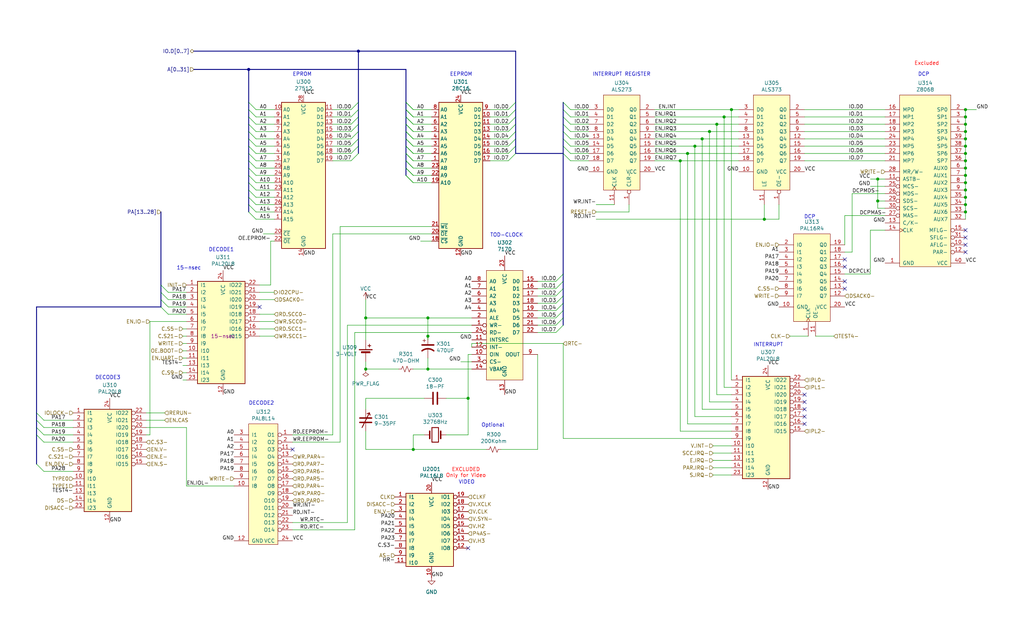
<source format=kicad_sch>
(kicad_sch (version 20231120) (generator "eeschema") (generator_version "8.0")
  (paper "USLegal")
  (title_block (title "EPROM, EEPROM, Interrupt, RTC") (date "2025-03-07") (rev "1"))
  (junction (at 335.28 63.5))
  (junction (at 335.28 58.42))
  (junction (at 254 38.1))
  (junction (at 148.59 110.49))
  (junction (at 335.28 43.18))
  (junction (at 335.28 45.72))
  (junction (at 335.28 60.96))
  (junction (at 335.28 68.58))
  (junction (at 148.59 116.84))
  (junction (at 304.8 62.23))
  (junction (at 86.36 24.13))
  (junction (at 246.38 45.72))
  (junction (at 124.46 17.78))
  (junction (at 236.22 55.88))
  (junction (at 127 110.49))
  (junction (at 335.28 40.64))
  (junction (at 143.51 156.21))
  (junction (at 304.8 69.85))
  (junction (at 335.28 66.04))
  (junction (at 335.28 50.8))
  (junction (at 335.28 48.26))
  (junction (at 241.3 50.8))
  (junction (at 335.28 73.66))
  (junction (at 238.76 53.34))
  (junction (at 335.28 38.1))
  (junction (at 265.43 76.2))
  (junction (at 127 128.27))
  (junction (at 335.28 71.12))
  (junction (at 335.28 55.88))
  (junction (at 251.46 40.64))
  (junction (at 243.84 48.26))
  (junction (at 335.28 53.34))
  (junction (at 148.59 128.27))
  (junction (at 162.56 138.43))
  (junction (at 248.92 43.18))
  (no_connect (at 293.37 100.33))
  (no_connect (at 101.6 156.21))
  (no_connect (at 279.4 137.16))
  (no_connect (at 279.4 142.24))
  (no_connect (at 90.17 106.68))
  (no_connect (at 293.37 90.17))
  (no_connect (at 279.4 147.32))
  (no_connect (at 279.4 139.7))
  (no_connect (at 335.28 80.01))
  (no_connect (at 335.28 85.09))
  (no_connect (at 293.37 97.79))
  (no_connect (at 335.28 87.63))
  (no_connect (at 335.28 82.55))
  (no_connect (at 293.37 92.71))
  (no_connect (at 162.56 190.5))
  (no_connect (at 279.4 144.78))
  (bus_entry (at 140.97 35.56) (size 2.54 2.54))
  (bus_entry (at 140.97 55.88) (size 2.54 2.54))
  (bus_entry (at 193.04 110.49) (size 2.54 -2.54))
  (bus_entry (at 140.97 38.1) (size 2.54 2.54))
  (bus_entry (at 12.7 146.05) (size 2.54 2.54))
  (bus_entry (at 176.53 50.8) (size 2.54 -2.54))
  (bus_entry (at 140.97 35.56) (size 2.54 2.54))
  (bus_entry (at 140.97 40.64) (size 2.54 2.54))
  (bus_entry (at 12.7 148.59) (size 2.54 2.54))
  (bus_entry (at 140.97 58.42) (size 2.54 2.54))
  (bus_entry (at 193.04 102.87) (size 2.54 -2.54))
  (bus_entry (at 140.97 43.18) (size 2.54 2.54))
  (bus_entry (at 55.88 99.06) (size 2.54 2.54))
  (bus_entry (at 55.88 104.14) (size 2.54 2.54))
  (bus_entry (at 140.97 53.34) (size 2.54 2.54))
  (bus_entry (at 140.97 58.42) (size 2.54 2.54))
  (bus_entry (at 55.88 106.68) (size 2.54 2.54))
  (bus_entry (at 195.58 48.26) (size 2.54 2.54))
  (bus_entry (at 140.97 45.72) (size 2.54 2.54))
  (bus_entry (at 195.58 50.8) (size 2.54 2.54))
  (bus_entry (at 140.97 50.8) (size 2.54 2.54))
  (bus_entry (at 86.36 38.1) (size 2.54 2.54))
  (bus_entry (at 86.36 73.66) (size 2.54 2.54))
  (bus_entry (at 140.97 38.1) (size 2.54 2.54))
  (bus_entry (at 12.7 143.51) (size 2.54 2.54))
  (bus_entry (at 86.36 53.34) (size 2.54 2.54))
  (bus_entry (at 121.92 50.8) (size 2.54 -2.54))
  (bus_entry (at 121.92 55.88) (size 2.54 -2.54))
  (bus_entry (at 193.04 113.03) (size 2.54 -2.54))
  (bus_entry (at 176.53 48.26) (size 2.54 -2.54))
  (bus_entry (at 86.36 68.58) (size 2.54 2.54))
  (bus_entry (at 176.53 45.72) (size 2.54 -2.54))
  (bus_entry (at 86.36 40.64) (size 2.54 2.54))
  (bus_entry (at 86.36 50.8) (size 2.54 2.54))
  (bus_entry (at 55.88 101.6) (size 2.54 2.54))
  (bus_entry (at 121.92 53.34) (size 2.54 -2.54))
  (bus_entry (at 12.7 151.13) (size 2.54 2.54))
  (bus_entry (at 86.36 58.42) (size 2.54 2.54))
  (bus_entry (at 195.58 43.18) (size 2.54 2.54))
  (bus_entry (at 140.97 40.64) (size 2.54 2.54))
  (bus_entry (at 195.58 40.64) (size 2.54 2.54))
  (bus_entry (at 176.53 40.64) (size 2.54 -2.54))
  (bus_entry (at 86.36 45.72) (size 2.54 2.54))
  (bus_entry (at 193.04 97.79) (size 2.54 -2.54))
  (bus_entry (at 86.36 66.04) (size 2.54 2.54))
  (bus_entry (at 86.36 63.5) (size 2.54 2.54))
  (bus_entry (at 12.7 161.29) (size 2.54 2.54))
  (bus_entry (at 193.04 100.33) (size 2.54 -2.54))
  (bus_entry (at 121.92 43.18) (size 2.54 -2.54))
  (bus_entry (at 193.04 115.57) (size 2.54 -2.54))
  (bus_entry (at 121.92 40.64) (size 2.54 -2.54))
  (bus_entry (at 86.36 35.56) (size 2.54 2.54))
  (bus_entry (at 195.58 53.34) (size 2.54 2.54))
  (bus_entry (at 121.92 45.72) (size 2.54 -2.54))
  (bus_entry (at 86.36 43.18) (size 2.54 2.54))
  (bus_entry (at 86.36 55.88) (size 2.54 2.54))
  (bus_entry (at 140.97 50.8) (size 2.54 2.54))
  (bus_entry (at 86.36 60.96) (size 2.54 2.54))
  (bus_entry (at 176.53 55.88) (size 2.54 -2.54))
  (bus_entry (at 195.58 45.72) (size 2.54 2.54))
  (bus_entry (at 140.97 43.18) (size 2.54 2.54))
  (bus_entry (at 140.97 48.26) (size 2.54 2.54))
  (bus_entry (at 140.97 60.96) (size 2.54 2.54))
  (bus_entry (at 140.97 53.34) (size 2.54 2.54))
  (bus_entry (at 140.97 48.26) (size 2.54 2.54))
  (bus_entry (at 176.53 53.34) (size 2.54 -2.54))
  (bus_entry (at 195.58 35.56) (size 2.54 2.54))
  (bus_entry (at 176.53 38.1) (size 2.54 -2.54))
  (bus_entry (at 140.97 45.72) (size 2.54 2.54))
  (bus_entry (at 121.92 48.26) (size 2.54 -2.54))
  (bus_entry (at 86.36 48.26) (size 2.54 2.54))
  (bus_entry (at 140.97 55.88) (size 2.54 2.54))
  (bus_entry (at 121.92 38.1) (size 2.54 -2.54))
  (bus_entry (at 86.36 71.12) (size 2.54 2.54))
  (bus_entry (at 193.04 105.41) (size 2.54 -2.54))
  (bus_entry (at 140.97 60.96) (size 2.54 2.54))
  (bus_entry (at 195.58 38.1) (size 2.54 2.54))
  (bus_entry (at 176.53 43.18) (size 2.54 -2.54))
  (bus_entry (at 193.04 107.95) (size 2.54 -2.54))
  (wire (pts (xy 15.24 153.67) (xy 25.4 153.67)))
  (wire (pts (xy 143.51 55.88) (xy 149.86 55.88)))
  (bus (pts (xy 12.7 148.59) (xy 12.7 151.13)))
  (wire (pts (xy 127 110.49) (xy 127 104.14)))
  (wire (pts (xy 227.33 48.26) (xy 243.84 48.26)))
  (wire (pts (xy 304.8 62.23) (xy 302.26 62.23)))
  (wire (pts (xy 236.22 55.88) (xy 256.54 55.88)))
  (bus (pts (xy 124.46 35.56) (xy 124.46 38.1)))
  (wire (pts (xy 95.25 109.22) (xy 90.17 109.22)))
  (bus (pts (xy 124.46 17.78) (xy 124.46 35.56)))
  (wire (pts (xy 254 157.48) (xy 247.65 157.48)))
  (wire (pts (xy 88.9 76.2) (xy 95.25 76.2)))
  (wire (pts (xy 64.77 168.91) (xy 81.28 168.91)))
  (wire (pts (xy 198.12 53.34) (xy 204.47 53.34)))
  (wire (pts (xy 88.9 55.88) (xy 95.25 55.88)))
  (bus (pts (xy 86.36 58.42) (xy 86.36 60.96)))
  (bus (pts (xy 86.36 35.56) (xy 86.36 38.1)))
  (wire (pts (xy 186.69 100.33) (xy 193.04 100.33)))
  (wire (pts (xy 170.18 48.26) (xy 176.53 48.26)))
  (bus (pts (xy 86.36 55.88) (xy 86.36 58.42)))
  (wire (pts (xy 236.22 55.88) (xy 236.22 149.86)))
  (bus (pts (xy 195.58 107.95) (xy 195.58 110.49)))
  (wire (pts (xy 335.28 50.8) (xy 335.28 48.26)))
  (wire (pts (xy 254 38.1) (xy 256.54 38.1)))
  (wire (pts (xy 227.33 40.64) (xy 251.46 40.64)))
  (wire (pts (xy 88.9 58.42) (xy 95.25 58.42)))
  (bus (pts (xy 55.88 104.14) (xy 55.88 106.68)))
  (wire (pts (xy 95.25 104.14) (xy 90.17 104.14)))
  (wire (pts (xy 88.9 68.58) (xy 95.25 68.58)))
  (wire (pts (xy 335.28 60.96) (xy 335.28 58.42)))
  (wire (pts (xy 88.9 48.26) (xy 95.25 48.26)))
  (bus (pts (xy 195.58 95.25) (xy 195.58 97.79)))
  (bus (pts (xy 140.97 40.64) (xy 140.97 43.18)))
  (wire (pts (xy 335.28 73.66) (xy 335.28 71.12)))
  (wire (pts (xy 115.57 50.8) (xy 121.92 50.8)))
  (wire (pts (xy 243.84 142.24) (xy 254 142.24)))
  (wire (pts (xy 88.9 66.04) (xy 95.25 66.04)))
  (wire (pts (xy 254 154.94) (xy 247.65 154.94)))
  (wire (pts (xy 163.83 123.19) (xy 162.56 123.19)))
  (wire (pts (xy 279.4 38.1) (xy 307.34 38.1)))
  (wire (pts (xy 254 162.56) (xy 247.65 162.56)))
  (wire (pts (xy 15.24 151.13) (xy 25.4 151.13)))
  (bus (pts (xy 86.36 63.5) (xy 86.36 66.04)))
  (wire (pts (xy 64.77 109.22) (xy 58.42 109.22)))
  (wire (pts (xy 307.34 64.77) (xy 302.26 64.77)))
  (bus (pts (xy 86.36 45.72) (xy 86.36 48.26)))
  (wire (pts (xy 148.59 128.27) (xy 163.83 128.27)))
  (wire (pts (xy 64.77 124.46) (xy 63.5 124.46)))
  (wire (pts (xy 198.12 48.26) (xy 204.47 48.26)))
  (bus (pts (xy 86.36 66.04) (xy 86.36 68.58)))
  (bus (pts (xy 124.46 48.26) (xy 124.46 50.8)))
  (wire (pts (xy 279.4 50.8) (xy 307.34 50.8)))
  (bus (pts (xy 124.46 38.1) (xy 124.46 40.64)))
  (wire (pts (xy 52.07 111.76) (xy 64.77 111.76)))
  (wire (pts (xy 335.28 66.04) (xy 335.28 63.5)))
  (wire (pts (xy 335.28 48.26) (xy 335.28 45.72)))
  (wire (pts (xy 254 160.02) (xy 247.65 160.02)))
  (bus (pts (xy 86.36 48.26) (xy 86.36 50.8)))
  (bus (pts (xy 195.58 43.18) (xy 195.58 45.72)))
  (wire (pts (xy 304.8 62.23) (xy 304.8 69.85)))
  (wire (pts (xy 248.92 43.18) (xy 248.92 137.16)))
  (bus (pts (xy 55.88 101.6) (xy 55.88 104.14)))
  (wire (pts (xy 143.51 38.1) (xy 149.86 38.1)))
  (bus (pts (xy 179.07 35.56) (xy 179.07 38.1)))
  (wire (pts (xy 88.9 71.12) (xy 95.25 71.12)))
  (wire (pts (xy 283.21 116.84) (xy 289.56 116.84)))
  (wire (pts (xy 251.46 134.62) (xy 254 134.62)))
  (wire (pts (xy 95.25 114.3) (xy 90.17 114.3)))
  (wire (pts (xy 88.9 73.66) (xy 95.25 73.66)))
  (wire (pts (xy 127 138.43) (xy 127 142.24)))
  (wire (pts (xy 127 110.49) (xy 127 118.11)))
  (wire (pts (xy 143.51 48.26) (xy 149.86 48.26)))
  (wire (pts (xy 143.51 128.27) (xy 148.59 128.27)))
  (wire (pts (xy 170.18 40.64) (xy 176.53 40.64)))
  (wire (pts (xy 238.76 53.34) (xy 238.76 147.32)))
  (wire (pts (xy 64.77 129.54) (xy 63.5 129.54)))
  (wire (pts (xy 118.11 153.67) (xy 118.11 78.74)))
  (wire (pts (xy 335.28 40.64) (xy 335.28 38.1)))
  (wire (pts (xy 198.12 40.64) (xy 204.47 40.64)))
  (wire (pts (xy 127 156.21) (xy 143.51 156.21)))
  (wire (pts (xy 163.83 125.73) (xy 160.02 125.73)))
  (wire (pts (xy 88.9 60.96) (xy 95.25 60.96)))
  (wire (pts (xy 95.25 116.84) (xy 90.17 116.84)))
  (wire (pts (xy 295.91 87.63) (xy 295.91 67.31)))
  (bus (pts (xy 140.97 53.34) (xy 140.97 55.88)))
  (wire (pts (xy 95.25 111.76) (xy 90.17 111.76)))
  (wire (pts (xy 251.46 40.64) (xy 251.46 134.62)))
  (wire (pts (xy 88.9 53.34) (xy 95.25 53.34)))
  (wire (pts (xy 143.51 63.5) (xy 149.86 63.5)))
  (wire (pts (xy 243.84 48.26) (xy 243.84 142.24)))
  (bus (pts (xy 86.36 50.8) (xy 86.36 53.34)))
  (wire (pts (xy 295.91 67.31) (xy 307.34 67.31)))
  (wire (pts (xy 170.18 45.72) (xy 176.53 45.72)))
  (bus (pts (xy 140.97 48.26) (xy 140.97 50.8)))
  (bus (pts (xy 86.36 68.58) (xy 86.36 71.12)))
  (wire (pts (xy 186.69 105.41) (xy 193.04 105.41)))
  (wire (pts (xy 127 125.73) (xy 127 128.27)))
  (wire (pts (xy 170.18 43.18) (xy 176.53 43.18)))
  (bus (pts (xy 179.07 48.26) (xy 179.07 50.8)))
  (wire (pts (xy 115.57 43.18) (xy 121.92 43.18)))
  (bus (pts (xy 140.97 50.8) (xy 140.97 53.34)))
  (bus (pts (xy 86.36 43.18) (xy 86.36 45.72)))
  (wire (pts (xy 279.4 55.88) (xy 307.34 55.88)))
  (wire (pts (xy 279.4 43.18) (xy 307.34 43.18)))
  (bus (pts (xy 179.07 45.72) (xy 179.07 48.26)))
  (wire (pts (xy 270.51 76.2) (xy 270.51 71.12)))
  (wire (pts (xy 115.57 45.72) (xy 121.92 45.72)))
  (bus (pts (xy 86.36 71.12) (xy 86.36 73.66)))
  (wire (pts (xy 162.56 123.19) (xy 162.56 138.43)))
  (wire (pts (xy 163.83 110.49) (xy 148.59 110.49)))
  (wire (pts (xy 227.33 43.18) (xy 248.92 43.18)))
  (bus (pts (xy 195.58 50.8) (xy 195.58 53.34)))
  (wire (pts (xy 143.51 43.18) (xy 149.86 43.18)))
  (bus (pts (xy 195.58 100.33) (xy 195.58 102.87)))
  (wire (pts (xy 143.51 45.72) (xy 149.86 45.72)))
  (wire (pts (xy 265.43 76.2) (xy 265.43 71.12)))
  (wire (pts (xy 186.69 113.03) (xy 193.04 113.03)))
  (wire (pts (xy 195.58 152.4) (xy 254 152.4)))
  (wire (pts (xy 15.24 146.05) (xy 25.4 146.05)))
  (wire (pts (xy 88.9 45.72) (xy 95.25 45.72)))
  (wire (pts (xy 88.9 50.8) (xy 95.25 50.8)))
  (wire (pts (xy 307.34 62.23) (xy 304.8 62.23)))
  (wire (pts (xy 148.59 116.84) (xy 148.59 118.11)))
  (wire (pts (xy 143.51 53.34) (xy 149.86 53.34)))
  (wire (pts (xy 88.9 63.5) (xy 95.25 63.5)))
  (bus (pts (xy 140.97 45.72) (xy 140.97 48.26)))
  (wire (pts (xy 251.46 40.64) (xy 256.54 40.64)))
  (wire (pts (xy 101.6 153.67) (xy 118.11 153.67)))
  (wire (pts (xy 118.11 78.74) (xy 149.86 78.74)))
  (bus (pts (xy 12.7 143.51) (xy 12.7 146.05)))
  (wire (pts (xy 162.56 138.43) (xy 154.94 138.43)))
  (wire (pts (xy 186.69 97.79) (xy 193.04 97.79)))
  (wire (pts (xy 143.51 156.21) (xy 168.91 156.21)))
  (bus (pts (xy 140.97 35.56) (xy 140.97 38.1)))
  (wire (pts (xy 186.69 110.49) (xy 193.04 110.49)))
  (wire (pts (xy 293.37 74.93) (xy 307.34 74.93)))
  (wire (pts (xy 238.76 147.32) (xy 254 147.32)))
  (wire (pts (xy 248.92 43.18) (xy 256.54 43.18)))
  (wire (pts (xy 50.8 148.59) (xy 64.77 148.59)))
  (wire (pts (xy 64.77 104.14) (xy 58.42 104.14)))
  (wire (pts (xy 218.44 73.66) (xy 207.01 73.66)))
  (wire (pts (xy 115.57 53.34) (xy 121.92 53.34)))
  (wire (pts (xy 207.01 76.2) (xy 265.43 76.2)))
  (wire (pts (xy 335.28 55.88) (xy 335.28 53.34)))
  (wire (pts (xy 279.4 48.26) (xy 307.34 48.26)))
  (wire (pts (xy 64.77 101.6) (xy 58.42 101.6)))
  (wire (pts (xy 154.94 151.13) (xy 162.56 151.13)))
  (wire (pts (xy 186.69 156.21) (xy 173.99 156.21)))
  (wire (pts (xy 123.19 184.15) (xy 123.19 115.57)))
  (bus (pts (xy 12.7 106.68) (xy 55.88 106.68)))
  (wire (pts (xy 93.98 83.82) (xy 95.25 83.82)))
  (wire (pts (xy 227.33 50.8) (xy 241.3 50.8)))
  (wire (pts (xy 186.69 102.87) (xy 193.04 102.87)))
  (bus (pts (xy 179.07 40.64) (xy 179.07 43.18)))
  (wire (pts (xy 148.59 124.46) (xy 148.59 128.27)))
  (wire (pts (xy 236.22 149.86) (xy 254 149.86)))
  (bus (pts (xy 55.88 99.06) (xy 55.88 101.6)))
  (bus (pts (xy 12.7 106.68) (xy 12.7 143.51)))
  (wire (pts (xy 279.4 53.34) (xy 307.34 53.34)))
  (wire (pts (xy 241.3 50.8) (xy 256.54 50.8)))
  (wire (pts (xy 88.9 43.18) (xy 95.25 43.18)))
  (wire (pts (xy 163.83 115.57) (xy 123.19 115.57)))
  (bus (pts (xy 86.36 24.13) (xy 140.97 24.13)))
  (bus (pts (xy 86.36 40.64) (xy 86.36 43.18)))
  (wire (pts (xy 246.38 45.72) (xy 246.38 139.7)))
  (bus (pts (xy 124.46 45.72) (xy 124.46 48.26)))
  (wire (pts (xy 115.57 81.28) (xy 149.86 81.28)))
  (wire (pts (xy 15.24 163.83) (xy 25.4 163.83)))
  (wire (pts (xy 101.6 184.15) (xy 123.19 184.15)))
  (bus (pts (xy 86.36 24.13) (xy 67.31 24.13)))
  (bus (pts (xy 86.36 38.1) (xy 86.36 40.64)))
  (wire (pts (xy 265.43 76.2) (xy 270.51 76.2)))
  (wire (pts (xy 227.33 53.34) (xy 238.76 53.34)))
  (bus (pts (xy 140.97 24.13) (xy 140.97 35.56)))
  (wire (pts (xy 163.83 119.38) (xy 163.83 120.65)))
  (wire (pts (xy 64.77 119.38) (xy 63.5 119.38)))
  (wire (pts (xy 64.77 116.84) (xy 63.5 116.84)))
  (wire (pts (xy 115.57 55.88) (xy 121.92 55.88)))
  (wire (pts (xy 335.28 58.42) (xy 335.28 55.88)))
  (wire (pts (xy 101.6 151.13) (xy 115.57 151.13)))
  (bus (pts (xy 195.58 53.34) (xy 195.58 95.25)))
  (wire (pts (xy 170.18 38.1) (xy 176.53 38.1)))
  (bus (pts (xy 195.58 110.49) (xy 195.58 113.03)))
  (bus (pts (xy 140.97 38.1) (xy 140.97 40.64)))
  (wire (pts (xy 279.4 45.72) (xy 307.34 45.72)))
  (bus (pts (xy 124.46 40.64) (xy 124.46 43.18)))
  (bus (pts (xy 86.36 24.13) (xy 86.36 35.56)))
  (wire (pts (xy 120.65 181.61) (xy 101.6 181.61)))
  (wire (pts (xy 147.32 138.43) (xy 127 138.43)))
  (wire (pts (xy 227.33 45.72) (xy 246.38 45.72)))
  (wire (pts (xy 186.69 115.57) (xy 193.04 115.57)))
  (wire (pts (xy 143.51 40.64) (xy 149.86 40.64)))
  (bus (pts (xy 179.07 50.8) (xy 179.07 53.34)))
  (wire (pts (xy 254 165.1) (xy 247.65 165.1)))
  (wire (pts (xy 335.28 43.18) (xy 335.28 40.64)))
  (wire (pts (xy 302.26 95.25) (xy 302.26 80.01)))
  (bus (pts (xy 12.7 146.05) (xy 12.7 148.59)))
  (wire (pts (xy 304.8 69.85) (xy 307.34 69.85)))
  (wire (pts (xy 115.57 38.1) (xy 121.92 38.1)))
  (wire (pts (xy 143.51 50.8) (xy 149.86 50.8)))
  (wire (pts (xy 293.37 85.09) (xy 293.37 74.93)))
  (wire (pts (xy 162.56 151.13) (xy 162.56 138.43)))
  (wire (pts (xy 127 149.86) (xy 127 156.21)))
  (wire (pts (xy 293.37 95.25) (xy 302.26 95.25)))
  (wire (pts (xy 147.32 151.13) (xy 143.51 151.13)))
  (wire (pts (xy 198.12 55.88) (xy 204.47 55.88)))
  (wire (pts (xy 15.24 148.59) (xy 25.4 148.59)))
  (wire (pts (xy 198.12 45.72) (xy 204.47 45.72)))
  (wire (pts (xy 254 38.1) (xy 254 132.08)))
  (wire (pts (xy 170.18 50.8) (xy 176.53 50.8)))
  (bus (pts (xy 195.58 40.64) (xy 195.58 43.18)))
  (bus (pts (xy 140.97 58.42) (xy 140.97 60.96)))
  (wire (pts (xy 186.69 107.95) (xy 193.04 107.95)))
  (wire (pts (xy 302.26 80.01) (xy 307.34 80.01)))
  (wire (pts (xy 280.67 116.84) (xy 274.32 116.84)))
  (wire (pts (xy 115.57 151.13) (xy 115.57 81.28)))
  (wire (pts (xy 213.36 71.12) (xy 207.01 71.12)))
  (wire (pts (xy 143.51 151.13) (xy 143.51 156.21)))
  (wire (pts (xy 198.12 38.1) (xy 204.47 38.1)))
  (wire (pts (xy 238.76 53.34) (xy 256.54 53.34)))
  (wire (pts (xy 246.38 139.7) (xy 254 139.7)))
  (bus (pts (xy 124.46 17.78) (xy 179.07 17.78)))
  (bus (pts (xy 124.46 43.18) (xy 124.46 45.72)))
  (wire (pts (xy 149.86 83.82) (xy 146.05 83.82)))
  (wire (pts (xy 50.8 151.13) (xy 52.07 151.13)))
  (bus (pts (xy 179.07 38.1) (xy 179.07 40.64)))
  (wire (pts (xy 227.33 38.1) (xy 254 38.1)))
  (wire (pts (xy 241.3 144.78) (xy 254 144.78)))
  (wire (pts (xy 241.3 50.8) (xy 241.3 144.78)))
  (bus (pts (xy 195.58 45.72) (xy 195.58 48.26)))
  (wire (pts (xy 335.28 38.1) (xy 339.09 38.1)))
  (wire (pts (xy 198.12 50.8) (xy 204.47 50.8)))
  (wire (pts (xy 227.33 55.88) (xy 236.22 55.88)))
  (bus (pts (xy 55.88 73.66) (xy 55.88 99.06)))
  (wire (pts (xy 88.9 40.64) (xy 95.25 40.64)))
  (wire (pts (xy 148.59 110.49) (xy 148.59 116.84)))
  (wire (pts (xy 93.98 99.06) (xy 93.98 83.82)))
  (wire (pts (xy 95.25 101.6) (xy 90.17 101.6)))
  (wire (pts (xy 335.28 45.72) (xy 335.28 43.18)))
  (bus (pts (xy 195.58 48.26) (xy 195.58 50.8)))
  (bus (pts (xy 124.46 17.78) (xy 67.31 17.78)))
  (wire (pts (xy 64.77 106.68) (xy 58.42 106.68)))
  (wire (pts (xy 91.44 81.28) (xy 95.25 81.28)))
  (bus (pts (xy 195.58 97.79) (xy 195.58 100.33)))
  (wire (pts (xy 335.28 71.12) (xy 335.28 68.58)))
  (wire (pts (xy 248.92 137.16) (xy 254 137.16)))
  (wire (pts (xy 115.57 40.64) (xy 121.92 40.64)))
  (wire (pts (xy 279.4 40.64) (xy 307.34 40.64)))
  (wire (pts (xy 143.51 58.42) (xy 149.86 58.42)))
  (wire (pts (xy 243.84 48.26) (xy 256.54 48.26)))
  (wire (pts (xy 163.83 113.03) (xy 120.65 113.03)))
  (bus (pts (xy 86.36 60.96) (xy 86.36 63.5)))
  (wire (pts (xy 335.28 63.5) (xy 335.28 60.96)))
  (wire (pts (xy 198.12 43.18) (xy 204.47 43.18)))
  (wire (pts (xy 163.83 119.38) (xy 195.58 119.38)))
  (wire (pts (xy 90.17 99.06) (xy 93.98 99.06)))
  (bus (pts (xy 140.97 43.18) (xy 140.97 45.72)))
  (bus (pts (xy 140.97 55.88) (xy 140.97 58.42)))
  (wire (pts (xy 50.8 146.05) (xy 57.15 146.05)))
  (wire (pts (xy 170.18 55.88) (xy 176.53 55.88)))
  (wire (pts (xy 64.77 114.3) (xy 63.5 114.3)))
  (bus (pts (xy 195.58 38.1) (xy 195.58 40.64)))
  (bus (pts (xy 179.07 53.34) (xy 195.58 53.34)))
  (wire (pts (xy 335.28 68.58) (xy 335.28 66.04)))
  (wire (pts (xy 127 128.27) (xy 138.43 128.27)))
  (wire (pts (xy 148.59 110.49) (xy 127 110.49)))
  (bus (pts (xy 179.07 43.18) (xy 179.07 45.72)))
  (bus (pts (xy 195.58 105.41) (xy 195.58 107.95)))
  (wire (pts (xy 246.38 45.72) (xy 256.54 45.72)))
  (bus (pts (xy 12.7 151.13) (xy 12.7 161.29)))
  (wire (pts (xy 170.18 53.34) (xy 176.53 53.34)))
  (wire (pts (xy 115.57 48.26) (xy 121.92 48.26)))
  (wire (pts (xy 52.07 151.13) (xy 52.07 111.76)))
  (wire (pts (xy 120.65 113.03) (xy 120.65 181.61)))
  (wire (pts (xy 143.51 60.96) (xy 149.86 60.96)))
  (wire (pts (xy 64.77 127) (xy 63.5 127)))
  (wire (pts (xy 304.8 69.85) (xy 304.8 72.39)))
  (wire (pts (xy 195.58 119.38) (xy 195.58 152.4)))
  (wire (pts (xy 64.77 121.92) (xy 63.5 121.92)))
  (wire (pts (xy 335.28 76.2) (xy 335.28 73.66)))
  (wire (pts (xy 64.77 132.08) (xy 63.5 132.08)))
  (wire (pts (xy 50.8 143.51) (xy 57.15 143.51)))
  (bus (pts (xy 179.07 17.78) (xy 179.07 35.56)))
  (bus (pts (xy 195.58 102.87) (xy 195.58 105.41)))
  (wire (pts (xy 218.44 71.12) (xy 218.44 73.66)))
  (wire (pts (xy 88.9 38.1) (xy 95.25 38.1)))
  (bus (pts (xy 124.46 50.8) (xy 124.46 53.34)))
  (wire (pts (xy 64.77 148.59) (xy 64.77 168.91)))
  (wire (pts (xy 335.28 53.34) (xy 335.28 50.8)))
  (wire (pts (xy 293.37 87.63) (xy 295.91 87.63)))
  (bus (pts (xy 86.36 53.34) (xy 86.36 55.88)))
  (bus (pts (xy 195.58 35.56) (xy 195.58 38.1)))
  (wire (pts (xy 304.8 72.39) (xy 307.34 72.39)))
  (wire (pts (xy 186.69 123.19) (xy 186.69 156.21)))
  (text "DECODE2" (at 86.36 140.97 0) (effects (font (size 1.27 1.27)) (justify left bottom)))
  (text "VIDEO" (at 162.052 167.64 0) (effects (font (size 1.27 1.27))))
  (text "INTERRUPT" (at 261.62 120.65 0) (effects (font (size 1.27 1.27)) (justify left bottom)))
  (text "TOD-CLOCK" (at 170.18 82.55 0) (effects (font (size 1.27 1.27)) (justify left bottom)))
  (text "DCP" (at 318.77 26.67 0) (effects (font (size 1.27 1.27)) (justify left bottom)))
  (text "DECODE1" (at 81.28 87.63 0) (effects (font (size 1.27 1.27)) (justify right bottom)))
  (text "EPROM" (at 101.6 26.67 0) (effects (font (size 1.27 1.27)) (justify left bottom)))
  (text "DECODE3" (at 33.02 132.08 0) (effects (font (size 1.27 1.27)) (justify left bottom)))
  (text "INTERRUPT REGISTER" (at 205.74 26.67 0) (effects (font (size 1.27 1.27)) (justify left bottom)))
  (text "15-nsec" (at 69.85 93.98 0) (effects (font (size 1.27 1.27)) (justify right bottom)))
  (text "Optional" (at 175.26 148.59 0) (effects (font (size 1.27 1.27)) (justify right bottom)))
  (text "Excluded" (at 317.5 22.86 0) (effects (font (size 1.27 1.27)) (justify left bottom)))
  (text "EXCLUDED\nOnly for Video" (at 161.798 164.338 0) (effects (font (size 1.27 1.27))))
  (text "DCP" (at 283.21 76.2 0) (effects (font (size 1.27 1.27)) (justify right bottom)))
  (text "EEPROM" (at 156.21 26.67 0) (effects (font (size 1.27 1.27)) (justify left bottom)))
  (label "GND" (at 302.26 64.77 180))
  (label "PA28" (at 17.78 163.83 0))
  (label "PA17" (at 59.69 101.6 0))
  (label "IO.D1" (at 116.84 40.64 0))
  (label "PA17" (at 270.51 90.17 180))
  (label "PA19" (at 270.51 95.25 180))
  (label "IO.D2" (at 294.64 43.18 0))
  (label "IO.D1" (at 199.39 40.64 0))
  (label "GND" (at 91.44 81.28 180))
  (label "IO.D1" (at 171.45 40.64 0))
  (label "WR.INT-" (at 101.6 176.53 0))
  (label "A1" (at 81.28 153.67 180))
  (label "VCC" (at 279.4 59.69 0))
  (label "IO.D4" (at 171.45 48.26 0))
  (label "GND" (at 270.51 106.68 180))
  (label "A15" (at 90.17 76.2 0))
  (label "A10" (at 144.78 63.5 0))
  (label "A4" (at 90.17 48.26 0))
  (label "A3" (at 144.78 45.72 0))
  (label "IO.D6" (at 171.45 53.34 0))
  (label "EN.INT" (at 228.6 38.1 0))
  (label "A5" (at 144.78 50.8 0))
  (label "A1" (at 144.78 40.64 0))
  (label "IO.D7" (at 294.64 55.88 0))
  (label "A1" (at 270.51 87.63 180))
  (label "GND" (at 307.34 77.47 180))
  (label "OE.EPROM-" (at 93.98 83.82 180))
  (label "RD.INT-" (at 101.6 179.07 0))
  (label "EN.IRQ2" (at 227.33 43.18 0))
  (label "EN.IRQ3" (at 227.33 45.72 0))
  (label "GND" (at 105.41 88.9 0))
  (label "A11" (at 90.17 66.04 0))
  (label "IO.D5" (at 187.96 110.49 0))
  (label "PA20" (at 17.78 153.67 0))
  (label "IO.D0" (at 199.39 38.1 0))
  (label "A5" (at 90.17 50.8 0))
  (label "A1" (at 163.83 100.33 180))
  (label "VCC" (at 175.26 88.9 0))
  (label "VCC" (at 105.41 33.02 0))
  (label "A13" (at 90.17 71.12 0))
  (label "GND" (at 175.26 137.16 0))
  (label "VCC" (at 293.37 106.68 0))
  (label "A9" (at 90.17 60.96 0))
  (label "EN.IRQ1" (at 227.33 40.64 0))
  (label "GND" (at 163.83 118.11 180))
  (label "RD.RTC-" (at 104.14 184.15 0))
  (label "IO.D2" (at 199.39 43.18 0))
  (label "IO.D5" (at 116.84 50.8 0))
  (label "GND" (at 149.86 200.66 0))
  (label "VCC" (at 38.1 138.43 0))
  (label "GND" (at 204.47 59.69 180))
  (label "A9" (at 144.78 60.96 0))
  (label "VCC" (at 227.33 59.69 0))
  (label "IO.D6" (at 116.84 53.34 0))
  (label "IO.D3" (at 199.39 45.72 0))
  (label "VCC" (at 127 104.14 0))
  (label "EN.IOL-" (at 64.77 168.91 0))
  (label "IO.D0" (at 294.64 38.1 0))
  (label "A3" (at 90.17 45.72 0))
  (label "PA18" (at 59.69 104.14 0))
  (label "A0" (at 90.17 38.1 0))
  (label "A14" (at 90.17 73.66 0))
  (label "DCPCLK" (at 294.64 95.25 0))
  (label "EN.IRQ6" (at 227.33 53.34 0))
  (label "EN.IRQ7" (at 227.33 55.88 0))
  (label "PA21" (at 137.16 182.88 180))
  (label "A6" (at 144.78 53.34 0))
  (label "IO.D6" (at 294.64 53.34 0))
  (label "GND" (at 63.5 132.08 180))
  (label "A7" (at 90.17 55.88 0))
  (label "IO.D6" (at 199.39 53.34 0))
  (label "EN.IRQ4" (at 227.33 48.26 0))
  (label "PA17" (at 81.28 158.75 180))
  (label "IO.D1" (at 187.96 100.33 0))
  (label "VCC" (at 101.6 187.96 0))
  (label "IO.D4" (at 187.96 107.95 0))
  (label "A0" (at 81.28 151.13 180))
  (label "IO.D6" (at 187.96 113.03 0))
  (label "IO.D7" (at 187.96 115.57 0))
  (label "VCC" (at 302.26 62.23 180))
  (label "A0" (at 144.78 38.1 0))
  (label "A3" (at 163.83 105.41 180))
  (label "WR.RTC-" (at 104.14 181.61 0))
  (label "PA18" (at 270.51 92.71 180))
  (label "DCPMDS-" (at 295.91 67.31 0))
  (label "RD.EEPROM-" (at 101.6 151.13 0))
  (label "A10" (at 90.17 63.5 0))
  (label "VCC" (at 335.28 91.44 0))
  (label "GND" (at 266.7 170.18 0))
  (label "IO.D4" (at 199.39 48.26 0))
  (label "IO.D4" (at 116.84 48.26 0))
  (label "RD.INT-" (at 207.01 76.2 180))
  (label "PA19" (at 59.69 106.68 0))
  (label "A8" (at 90.17 58.42 0))
  (label "IO.D1" (at 294.64 40.64 0))
  (label "PA20" (at 270.51 97.79 180))
  (label "PA20" (at 137.16 180.34 180))
  (label "WR.EEPROM-" (at 101.6 153.67 0))
  (label "IO.D5" (at 294.64 50.8 0))
  (label "TEST4-" (at 63.5 127 180))
  (label "GND" (at 146.05 83.82 180))
  (label "IO.D7" (at 199.39 55.88 0))
  (label "PA17" (at 17.78 146.05 0))
  (label "VCC" (at 77.47 93.98 0))
  (label "A2" (at 163.83 102.87 180))
  (label "IO.D2" (at 116.84 43.18 0))
  (label "IO.D7" (at 116.84 55.88 0))
  (label "A4" (at 144.78 48.26 0))
  (label "C.S3-" (at 137.16 190.5 180))
  (label "A4" (at 163.83 107.95 180))
  (label "GND" (at 77.47 137.16 0))
  (label "GND" (at 160.02 125.73 180))
  (label "IO.D3" (at 294.64 45.72 0))
  (label "IO.D3" (at 187.96 105.41 0))
  (label "GND" (at 307.34 91.44 180))
  (label "PA22" (at 137.16 185.42 180))
  (label "IO.D0" (at 187.96 97.79 0))
  (label "A1" (at 90.17 40.64 0))
  (label "A2" (at 81.28 156.21 180))
  (label "IO.D2" (at 187.96 102.87 0))
  (label "GND" (at 339.09 38.1 0))
  (label "A6" (at 90.17 53.34 0))
  (label "HR-" (at 137.16 195.58 180))
  (label "A2" (at 144.78 43.18 0))
  (label "PA19" (at 17.78 151.13 0))
  (label "A12" (at 90.17 68.58 0))
  (label "IO.D0" (at 171.45 38.1 0))
  (label "IO.D3" (at 116.84 45.72 0))
  (label "WR.INT-" (at 207.01 71.12 180))
  (label "PA19" (at 81.28 163.83 180))
  (label "IO.D2" (at 171.45 43.18 0))
  (label "IO.D4" (at 294.64 48.26 0))
  (label "VCC" (at 160.02 33.02 0))
  (label "GND" (at 38.1 181.61 0))
  (label "VCC" (at 149.86 167.64 0))
  (label "A0" (at 163.83 97.79 180))
  (label "TEST4-" (at 25.4 171.45 180))
  (label "PA18" (at 81.28 161.29 180))
  (label "DCPMAS-" (at 298.45 74.93 0))
  (label "EN.IRQ5" (at 227.33 50.8 0))
  (label "PA20" (at 59.69 109.22 0))
  (label "GND" (at 256.54 59.69 180))
  (label "PA23" (at 137.16 187.96 180))
  (label "A7" (at 144.78 55.88 0))
  (label "IO.D3" (at 171.45 45.72 0))
  (label "IO.D5" (at 199.39 50.8 0))
  (label "VCC" (at 266.7 127 0))
  (label "IO.D7" (at 171.45 55.88 0))
  (label "GND" (at 160.02 88.9 0))
  (label "IO.D5" (at 171.45 50.8 0))
  (label "A8" (at 144.78 58.42 0))
  (label "A2" (at 90.17 43.18 0))
  (label "IO.D0" (at 116.84 38.1 0))
  (label "GND" (at 81.28 187.96 180))
  (label "PA18" (at 17.78 148.59 0))
  (hierarchical_label "CLK" (shape input) (at 137.16 172.72 180))
  (hierarchical_label "IOLOCK-" (shape input) (at 25.4 143.51 180))
  (hierarchical_label "EN.DEV-" (shape input) (at 25.4 161.29 180))
  (hierarchical_label "INIT-" (shape input) (at 64.77 99.06 180))
  (hierarchical_label "V.SYN-" (shape input) (at 162.56 180.34 0))
  (hierarchical_label "E.IRQ-" (shape input) (at 247.65 160.02 180))
  (hierarchical_label "EN.E-" (shape input) (at 50.8 158.75 0))
  (hierarchical_label "A[0..31]" (shape input) (at 67.31 24.13 180))
  (hierarchical_label "RD.PAR7-" (shape input) (at 101.6 161.29 0))
  (hierarchical_label "IO2CPU-" (shape output) (at 95.25 101.6 0))
  (hierarchical_label "RESET-" (shape input) (at 207.01 73.66 180))
  (hierarchical_label "C.S5-" (shape input) (at 270.51 100.33 180))
  (hierarchical_label "V.INT-" (shape input) (at 247.65 154.94 180))
  (hierarchical_label "WRITE-" (shape input) (at 63.5 119.38 180))
  (hierarchical_label "PA[13..28]" (shape input) (at 55.88 73.66 180))
  (hierarchical_label "TEST4-" (shape input) (at 289.56 116.84 0))
  (hierarchical_label "WR.SCC1-" (shape input) (at 95.25 116.84 0))
  (hierarchical_label "EN.IO-" (shape input) (at 52.07 111.76 180))
  (hierarchical_label "DISACC-" (shape input) (at 25.4 176.53 180))
  (hierarchical_label "IPL2-" (shape input) (at 279.4 149.86 0))
  (hierarchical_label "RERUN-" (shape input) (at 57.15 143.51 0))
  (hierarchical_label "DSACK0-" (shape input) (at 95.25 104.14 0))
  (hierarchical_label "EN.IO-" (shape input) (at 270.51 85.09 180))
  (hierarchical_label "DISACC-" (shape input) (at 137.16 175.26 180))
  (hierarchical_label "C.S21-" (shape input) (at 25.4 158.75 180))
  (hierarchical_label "RD.PAR4-" (shape input) (at 101.6 168.91 0))
  (hierarchical_label "C.S5-" (shape input) (at 25.4 156.21 180))
  (hierarchical_label "WR.PAR4-" (shape input) (at 101.6 158.75 0))
  (hierarchical_label "CLKF" (shape input) (at 162.56 172.72 0))
  (hierarchical_label "RD.PAR0-" (shape input) (at 101.6 173.99 0))
  (hierarchical_label "CLK-" (shape input) (at 274.32 116.84 180))
  (hierarchical_label "RTC-" (shape input) (at 195.58 119.38 0))
  (hierarchical_label "DSACK0-" (shape input) (at 293.37 102.87 0))
  (hierarchical_label "PAR.IRQ-" (shape input) (at 247.65 162.56 180))
  (hierarchical_label "RD.SCC0-" (shape input) (at 95.25 109.22 0))
  (hierarchical_label "C.S3-" (shape input) (at 50.8 153.67 0))
  (hierarchical_label "C.S5-" (shape input) (at 63.5 114.3 180))
  (hierarchical_label "OE.BOOT-" (shape input) (at 63.5 121.92 180))
  (hierarchical_label "EN.CAS" (shape input) (at 57.15 146.05 0))
  (hierarchical_label "EN.S-" (shape input) (at 50.8 161.29 0))
  (hierarchical_label "C.S21-" (shape input) (at 63.5 116.84 180))
  (hierarchical_label "EN.V-" (shape input) (at 137.16 177.8 180))
  (hierarchical_label "RD.PAR5-" (shape input) (at 101.6 166.37 0))
  (hierarchical_label "RD.SCC1-" (shape input) (at 95.25 114.3 0))
  (hierarchical_label "TYPE0" (shape input) (at 25.4 166.37 180))
  (hierarchical_label "WR.PAR0-" (shape input) (at 101.6 171.45 0))
  (hierarchical_label "TYPE1" (shape input) (at 25.4 168.91 180))
  (hierarchical_label "V.H2" (shape input) (at 162.56 182.88 0))
  (hierarchical_label "IO.D[0..7]" (shape bidirectional) (at 67.31 17.78 180))
  (hierarchical_label "WRITE-" (shape input) (at 307.34 59.69 180))
  (hierarchical_label "DS-" (shape input) (at 25.4 173.99 180))
  (hierarchical_label "P4AS-" (shape input) (at 162.56 185.42 0))
  (hierarchical_label "WRITE-" (shape input) (at 81.28 166.37 180))
  (hierarchical_label "EN.UART-" (shape input) (at 63.5 124.46 180))
  (hierarchical_label "C.S9-" (shape input) (at 63.5 129.54 180))
  (hierarchical_label "RD.PAR6-" (shape input) (at 101.6 163.83 0))
  (hierarchical_label "V.XCLK" (shape input) (at 162.56 175.26 0))
  (hierarchical_label "IPL1-" (shape input) (at 279.4 134.62 0))
  (hierarchical_label "SCC.IRQ-" (shape input) (at 247.65 157.48 180))
  (hierarchical_label "V.H3" (shape input) (at 162.56 187.96 0))
  (hierarchical_label "V.CLK" (shape input) (at 162.56 177.8 0))
  (hierarchical_label "WR.SCC0-" (shape input) (at 95.25 111.76 0))
  (hierarchical_label "EN.V-" (shape input) (at 50.8 156.21 0))
  (hierarchical_label "AS-" (shape input) (at 137.16 193.04 180))
  (hierarchical_label "WRITE-" (shape input) (at 270.51 102.87 180))
  (hierarchical_label "S.IRQ-" (shape input) (at 247.65 165.1 180))
  (hierarchical_label "IPL0-" (shape input) (at 279.4 132.08 0))
  (symbol (lib_id "Memory_EPROM:27512") (at 105.41 60.96 0) (unit 1)
    (property "Reference" "U300" (at 105.41 28.4226 0))
    (property "Value" "27512" (at 105.41 30.734 0))
    (property "Footprint" "Package_DIP:DIP-28_W15.24mm" (effects (hide yes)))
    (property "Datasheet" "http://pdf.datasheetcatalog.com/datasheets/120/227190_DS.pdf" (effects (hide yes)))
  )
  (symbol (lib_id "custom:28C16") (at 160.02 60.96 0) (unit 1)
    (property "Reference" "U301" (at 160.02 28.4226 0))
    (property "Value" "28C16" (at 160.02 30.734 0))
    (property "Footprint" "Package_DIP:DIP-24_W15.24mm" (effects (hide yes)))
    (property "Datasheet" "http://ww1.microchip.com/downloads/en/DeviceDoc/doc0006.pdf" (effects (hide yes)))
  )
  (symbol (lib_name "PAL20L8_2") (lib_id "Logic_Programmable:PAL20L8") (at 77.47 116.84 0) (unit 1)
    (property "Reference" "U311" (at 77.47 89.3826 0))
    (property "Value" "PAL20L8" (at 77.47 91.694 0))
    (property "Footprint" "Package_DIP:DIP-24_W7.62mm" (effects (hide yes)))
    (property "Description" "Programmable Logic Array, DIP-24" (effects (hide yes)))
    (property "Speed" "15-nsec" (at 77.47 116.84 0))
  )
  (symbol (lib_id "custom:ALS273") (at 215.9 35.56 0) (unit 1)
    (property "Reference" "U304" (at 215.9 28.829 0))
    (property "Value" "ALS273" (at 215.9 31.1404 0))
    (property "Footprint" "sun3_60:ALS273" (effects (hide yes)))
  )
  (symbol (lib_id "custom:7170") (at 175.26 93.98 0) (unit 1)
    (property "Reference" "U302" (at 175.26 84.3026 0))
    (property "Value" "7170" (at 175.26 86.614 0))
    (property "Footprint" "Package_DIP:DIP-24_W15.24mm" (effects (hide yes)))
    (property "Datasheet" "https://xdevs.com/doc/Fluke/5700a/pdf/icm7170.pdf" (effects (hide yes)))
  )
  (symbol (lib_id "custom:ALS373") (at 267.97 35.56 0) (unit 1)
    (property "Reference" "U305" (at 267.97 28.829 0))
    (property "Value" "ALS373" (at 267.97 31.1404 0))
    (property "Footprint" "sun3_60:ALS373" (effects (hide yes)))
  )
  (symbol (lib_name "PAL20L8_1") (lib_id "Logic_Programmable:PAL20L8") (at 38.1 161.29 0) (unit 1)
    (property "Reference" "U310" (at 38.1 133.8326 0))
    (property "Value" "PAL20L8" (at 38.1 136.144 0))
    (property "Footprint" "Package_DIP:DIP-24_W7.62mm" (effects (hide yes)))
    (property "Description" "Programmable Logic Array, DIP-24" (effects (hide yes)))
  )
  (symbol (lib_id "sun3_60-rescue:CP1-Device") (at 148.59 120.65 0) (unit 1)
    (property "Reference" "X301" (at 151.511 119.4816 0) (effects (justify left)))
    (property "Value" "470UF" (at 151.511 121.793 0) (effects (justify left)))
    (property "Footprint" "Capacitor_THT:CP_Radial_D10.0mm_P5.00mm" (effects (hide yes)))
  )
  (symbol (lib_id "Device:Battery_Cell") (at 127 123.19 0) (unit 1)
    (property "Reference" "U309" (at 124.0028 120.7516 0) (effects (justify right)))
    (property "Value" "3-VOLT" (at 124.0028 123.063 0) (effects (justify right)))
    (property "Footprint" "Battery:Battery_Panasonic_CR2032-VS1N_Vertical_CircularHoles" (effects (hide yes)))
    (property "Description" "Single-cell battery" (effects (hide yes)))
  )
  (symbol (lib_id "Device:R_Small_US") (at 140.97 128.27 270) (unit 1)
    (property "Reference" "R301" (at 140.97 123.063 90))
    (property "Value" "470-OHM" (at 140.97 125.3744 90))
    (property "Footprint" "Resistor_THT:R_Axial_DIN0207_L6.3mm_D2.5mm_P7.62mm_Horizontal" (effects (hide yes)))
  )
  (symbol (lib_id "Device:C") (at 151.13 138.43 270) (unit 1)
    (property "Reference" "C300" (at 151.13 132.0292 90))
    (property "Value" "18-PF" (at 151.13 134.3406 90))
    (property "Footprint" "Capacitor_THT:C_Disc_D3.0mm_W2.0mm_P2.50mm" (effects (hide yes)))
  )
  (symbol (lib_id "Device:Crystal") (at 151.13 151.13 0) (unit 1)
    (property "Reference" "U303" (at 151.13 144.3228 0))
    (property "Value" "32768Hz" (at 151.13 146.6342 0))
    (property "Footprint" "Crystal:Crystal_AT310_D3.0mm_L10.0mm_Horizontal" (effects (hide yes)))
  )
  (symbol (lib_id "Device:C_Variable") (at 127 146.05 0) (unit 1)
    (property "Reference" "C301" (at 129.921 144.8816 0) (effects (justify left)))
    (property "Value" "9-35PF" (at 129.921 147.193 0) (effects (justify left)))
    (property "Footprint" "Capacitor_THT:C_Radial_D6.3mm_H5.0mm_P2.50mm" (effects (hide yes)))
  )
  (symbol (lib_id "Device:R_Small_US") (at 171.45 156.21 270) (unit 1)
    (property "Reference" "R300" (at 171.45 151.003 90))
    (property "Value" "200Kohm" (at 171.45 153.3144 90))
    (property "Footprint" "Resistor_THT:R_Axial_DIN0207_L6.3mm_D2.5mm_P7.62mm_Horizontal" (effects (hide yes)))
  )
  (symbol (lib_id "Logic_Programmable:PAL16L8") (at 149.86 185.42 0) (unit 1) (on_board no)
    (property "Reference" "U2001" (at 149.86 163.0426 0))
    (property "Value" "PAL16L8" (at 149.86 165.354 0))
    (property "Footprint" "Package_DIP:DIP-20_W7.62mm" (effects (hide yes)))
    (property "Description" "Programmable Logic Array, DIP-20" (effects (hide yes)))
  )
  (symbol (lib_id "Logic_Programmable:PAL20L8") (at 266.7 149.86 0) (unit 1)
    (property "Reference" "U307" (at 266.7 122.4026 0))
    (property "Value" "PAL20L8" (at 266.7 124.714 0))
    (property "Footprint" "Package_DIP:DIP-24_W7.62mm" (effects (hide yes)))
    (property "Description" "Programmable Logic Array, DIP-24" (effects (hide yes)))
  )
  (symbol (lib_id "custom:PAL16R4") (at 281.94 82.55 0) (unit 1)
    (property "Reference" "U313" (at 281.94 77.089 0))
    (property "Value" "PAL16R4" (at 281.94 79.4004 0))
    (property "Footprint" "Package_DIP:DIP-20_W7.62mm" (effects (hide yes)))
    (property "Datasheet" "https://www.ti.com/lit/ds/symlink/pal16r4am.pdf" (effects (hide yes)))
  )
  (symbol (lib_id "custom:PAL8L14") (at 91.44 147.32 0) (unit 1)
    (property "Reference" "U312" (at 91.44 143.129 0))
    (property "Value" "PAL8L14" (at 91.44 145.4404 0))
    (property "Footprint" "Package_DIP:DIP-24_W7.62mm" (effects (hide yes)))
  )
  (symbol (lib_id "custom:Z8068") (at 321.31 33.02 0) (unit 1) (on_board no)
    (property "Reference" "U314" (at 321.31 28.829 0))
    (property "Value" "Z8068" (at 321.31 31.1404 0))
    (property "Footprint" "Package_DIP:DIP-40_W15.24mm" (effects (hide yes)))
  )
  (symbol (lib_id "power:PWR_FLAG") (at 127 128.27 180) (unit 1)
    (property "Reference" "#FLG03" (effects (hide yes)))
    (property "Value" "PWR_FLAG" (at 127 133.35 0))
    (property "Description" "Special symbol for telling ERC where power comes from" (effects (hide yes)))
  )
  (symbol (lib_id "power:VCC") (at 127 104.14 0) (unit 1)
    (property "Reference" "#PWR04" (effects (hide yes)))
    (property "Value" "VCC" (at 127 100.33 0))
    (property "Description" "Power symbol creates a global label with name \"VCC\"" (effects (hide yes)))
  )
  (symbol (lib_id "power:GND") (at 149.86 200.66 0) (unit 1)
    (property "Reference" "#PWR02" (effects (hide yes)))
    (property "Value" "GND" (at 149.86 205.74 0))
    (property "Description" "Power symbol creates a global label with name \"GND\" , ground" (effects (hide yes)))
  )
)
</source>
